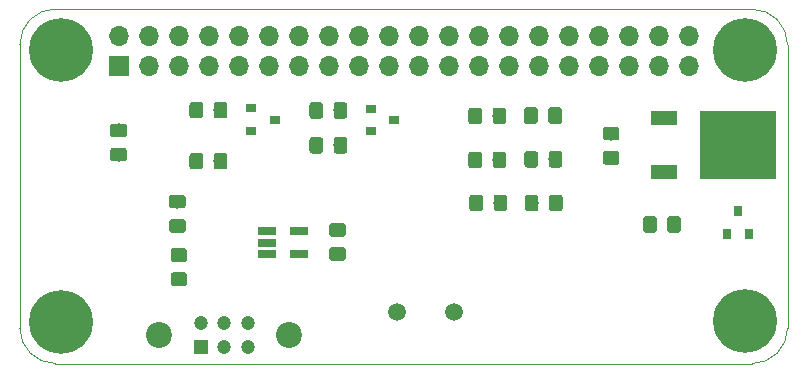
<source format=gbr>
G04 #@! TF.GenerationSoftware,KiCad,Pcbnew,(5.1.4)-1*
G04 #@! TF.CreationDate,2021-07-13T12:31:04-04:00*
G04 #@! TF.ProjectId,RocketPi,526f636b-6574-4506-992e-6b696361645f,rev?*
G04 #@! TF.SameCoordinates,Original*
G04 #@! TF.FileFunction,Soldermask,Top*
G04 #@! TF.FilePolarity,Negative*
%FSLAX46Y46*%
G04 Gerber Fmt 4.6, Leading zero omitted, Abs format (unit mm)*
G04 Created by KiCad (PCBNEW (5.1.4)-1) date 2021-07-13 12:31:04*
%MOMM*%
%LPD*%
G04 APERTURE LIST*
%ADD10C,0.100000*%
%ADD11C,1.150000*%
%ADD12C,5.400000*%
%ADD13C,1.500000*%
%ADD14R,1.560000X0.650000*%
%ADD15R,0.900000X0.800000*%
%ADD16R,6.400000X5.800000*%
%ADD17R,2.200000X1.200000*%
%ADD18R,0.800000X0.900000*%
%ADD19O,1.700000X1.700000*%
%ADD20R,1.700000X1.700000*%
%ADD21C,2.200000*%
%ADD22C,1.200000*%
%ADD23R,1.200000X1.200000*%
G04 APERTURE END LIST*
D10*
X68046600Y-42164000D02*
G75*
G03X65049400Y-45161200I0J-2997200D01*
G01*
X127052600Y-72178400D02*
G75*
G03X130052600Y-69178400I0J3000000D01*
G01*
X130052600Y-45178400D02*
G75*
G03X127052600Y-42178400I-3000000J0D01*
G01*
X65052600Y-69178400D02*
G75*
G03X68052600Y-72178400I3000000J0D01*
G01*
X68046600Y-42164000D02*
X127052600Y-42178400D01*
X65049400Y-45161200D02*
X65052600Y-69178400D01*
X68052600Y-72178400D02*
X127052600Y-72178400D01*
X130052600Y-45178400D02*
X130052600Y-69178400D01*
G36*
X108728105Y-57886604D02*
G01*
X108752373Y-57890204D01*
X108776172Y-57896165D01*
X108799271Y-57904430D01*
X108821450Y-57914920D01*
X108842493Y-57927532D01*
X108862199Y-57942147D01*
X108880377Y-57958623D01*
X108896853Y-57976801D01*
X108911468Y-57996507D01*
X108924080Y-58017550D01*
X108934570Y-58039729D01*
X108942835Y-58062828D01*
X108948796Y-58086627D01*
X108952396Y-58110895D01*
X108953600Y-58135399D01*
X108953600Y-59035401D01*
X108952396Y-59059905D01*
X108948796Y-59084173D01*
X108942835Y-59107972D01*
X108934570Y-59131071D01*
X108924080Y-59153250D01*
X108911468Y-59174293D01*
X108896853Y-59193999D01*
X108880377Y-59212177D01*
X108862199Y-59228653D01*
X108842493Y-59243268D01*
X108821450Y-59255880D01*
X108799271Y-59266370D01*
X108776172Y-59274635D01*
X108752373Y-59280596D01*
X108728105Y-59284196D01*
X108703601Y-59285400D01*
X108053599Y-59285400D01*
X108029095Y-59284196D01*
X108004827Y-59280596D01*
X107981028Y-59274635D01*
X107957929Y-59266370D01*
X107935750Y-59255880D01*
X107914707Y-59243268D01*
X107895001Y-59228653D01*
X107876823Y-59212177D01*
X107860347Y-59193999D01*
X107845732Y-59174293D01*
X107833120Y-59153250D01*
X107822630Y-59131071D01*
X107814365Y-59107972D01*
X107808404Y-59084173D01*
X107804804Y-59059905D01*
X107803600Y-59035401D01*
X107803600Y-58135399D01*
X107804804Y-58110895D01*
X107808404Y-58086627D01*
X107814365Y-58062828D01*
X107822630Y-58039729D01*
X107833120Y-58017550D01*
X107845732Y-57996507D01*
X107860347Y-57976801D01*
X107876823Y-57958623D01*
X107895001Y-57942147D01*
X107914707Y-57927532D01*
X107935750Y-57914920D01*
X107957929Y-57904430D01*
X107981028Y-57896165D01*
X108004827Y-57890204D01*
X108029095Y-57886604D01*
X108053599Y-57885400D01*
X108703601Y-57885400D01*
X108728105Y-57886604D01*
X108728105Y-57886604D01*
G37*
D11*
X108378600Y-58585400D03*
D10*
G36*
X110778105Y-57886604D02*
G01*
X110802373Y-57890204D01*
X110826172Y-57896165D01*
X110849271Y-57904430D01*
X110871450Y-57914920D01*
X110892493Y-57927532D01*
X110912199Y-57942147D01*
X110930377Y-57958623D01*
X110946853Y-57976801D01*
X110961468Y-57996507D01*
X110974080Y-58017550D01*
X110984570Y-58039729D01*
X110992835Y-58062828D01*
X110998796Y-58086627D01*
X111002396Y-58110895D01*
X111003600Y-58135399D01*
X111003600Y-59035401D01*
X111002396Y-59059905D01*
X110998796Y-59084173D01*
X110992835Y-59107972D01*
X110984570Y-59131071D01*
X110974080Y-59153250D01*
X110961468Y-59174293D01*
X110946853Y-59193999D01*
X110930377Y-59212177D01*
X110912199Y-59228653D01*
X110892493Y-59243268D01*
X110871450Y-59255880D01*
X110849271Y-59266370D01*
X110826172Y-59274635D01*
X110802373Y-59280596D01*
X110778105Y-59284196D01*
X110753601Y-59285400D01*
X110103599Y-59285400D01*
X110079095Y-59284196D01*
X110054827Y-59280596D01*
X110031028Y-59274635D01*
X110007929Y-59266370D01*
X109985750Y-59255880D01*
X109964707Y-59243268D01*
X109945001Y-59228653D01*
X109926823Y-59212177D01*
X109910347Y-59193999D01*
X109895732Y-59174293D01*
X109883120Y-59153250D01*
X109872630Y-59131071D01*
X109864365Y-59107972D01*
X109858404Y-59084173D01*
X109854804Y-59059905D01*
X109853600Y-59035401D01*
X109853600Y-58135399D01*
X109854804Y-58110895D01*
X109858404Y-58086627D01*
X109864365Y-58062828D01*
X109872630Y-58039729D01*
X109883120Y-58017550D01*
X109895732Y-57996507D01*
X109910347Y-57976801D01*
X109926823Y-57958623D01*
X109945001Y-57942147D01*
X109964707Y-57927532D01*
X109985750Y-57914920D01*
X110007929Y-57904430D01*
X110031028Y-57896165D01*
X110054827Y-57890204D01*
X110079095Y-57886604D01*
X110103599Y-57885400D01*
X110753601Y-57885400D01*
X110778105Y-57886604D01*
X110778105Y-57886604D01*
G37*
D11*
X110428600Y-58585400D03*
D12*
X126466600Y-45618400D03*
X126466600Y-68605400D03*
X68529200Y-68681600D03*
X68554600Y-45669200D03*
D10*
G36*
X105997105Y-50507604D02*
G01*
X106021373Y-50511204D01*
X106045172Y-50517165D01*
X106068271Y-50525430D01*
X106090450Y-50535920D01*
X106111493Y-50548532D01*
X106131199Y-50563147D01*
X106149377Y-50579623D01*
X106165853Y-50597801D01*
X106180468Y-50617507D01*
X106193080Y-50638550D01*
X106203570Y-50660729D01*
X106211835Y-50683828D01*
X106217796Y-50707627D01*
X106221396Y-50731895D01*
X106222600Y-50756399D01*
X106222600Y-51656401D01*
X106221396Y-51680905D01*
X106217796Y-51705173D01*
X106211835Y-51728972D01*
X106203570Y-51752071D01*
X106193080Y-51774250D01*
X106180468Y-51795293D01*
X106165853Y-51814999D01*
X106149377Y-51833177D01*
X106131199Y-51849653D01*
X106111493Y-51864268D01*
X106090450Y-51876880D01*
X106068271Y-51887370D01*
X106045172Y-51895635D01*
X106021373Y-51901596D01*
X105997105Y-51905196D01*
X105972601Y-51906400D01*
X105322599Y-51906400D01*
X105298095Y-51905196D01*
X105273827Y-51901596D01*
X105250028Y-51895635D01*
X105226929Y-51887370D01*
X105204750Y-51876880D01*
X105183707Y-51864268D01*
X105164001Y-51849653D01*
X105145823Y-51833177D01*
X105129347Y-51814999D01*
X105114732Y-51795293D01*
X105102120Y-51774250D01*
X105091630Y-51752071D01*
X105083365Y-51728972D01*
X105077404Y-51705173D01*
X105073804Y-51680905D01*
X105072600Y-51656401D01*
X105072600Y-50756399D01*
X105073804Y-50731895D01*
X105077404Y-50707627D01*
X105083365Y-50683828D01*
X105091630Y-50660729D01*
X105102120Y-50638550D01*
X105114732Y-50617507D01*
X105129347Y-50597801D01*
X105145823Y-50579623D01*
X105164001Y-50563147D01*
X105183707Y-50548532D01*
X105204750Y-50535920D01*
X105226929Y-50525430D01*
X105250028Y-50517165D01*
X105273827Y-50511204D01*
X105298095Y-50507604D01*
X105322599Y-50506400D01*
X105972601Y-50506400D01*
X105997105Y-50507604D01*
X105997105Y-50507604D01*
G37*
D11*
X105647600Y-51206400D03*
D10*
G36*
X103947105Y-50507604D02*
G01*
X103971373Y-50511204D01*
X103995172Y-50517165D01*
X104018271Y-50525430D01*
X104040450Y-50535920D01*
X104061493Y-50548532D01*
X104081199Y-50563147D01*
X104099377Y-50579623D01*
X104115853Y-50597801D01*
X104130468Y-50617507D01*
X104143080Y-50638550D01*
X104153570Y-50660729D01*
X104161835Y-50683828D01*
X104167796Y-50707627D01*
X104171396Y-50731895D01*
X104172600Y-50756399D01*
X104172600Y-51656401D01*
X104171396Y-51680905D01*
X104167796Y-51705173D01*
X104161835Y-51728972D01*
X104153570Y-51752071D01*
X104143080Y-51774250D01*
X104130468Y-51795293D01*
X104115853Y-51814999D01*
X104099377Y-51833177D01*
X104081199Y-51849653D01*
X104061493Y-51864268D01*
X104040450Y-51876880D01*
X104018271Y-51887370D01*
X103995172Y-51895635D01*
X103971373Y-51901596D01*
X103947105Y-51905196D01*
X103922601Y-51906400D01*
X103272599Y-51906400D01*
X103248095Y-51905196D01*
X103223827Y-51901596D01*
X103200028Y-51895635D01*
X103176929Y-51887370D01*
X103154750Y-51876880D01*
X103133707Y-51864268D01*
X103114001Y-51849653D01*
X103095823Y-51833177D01*
X103079347Y-51814999D01*
X103064732Y-51795293D01*
X103052120Y-51774250D01*
X103041630Y-51752071D01*
X103033365Y-51728972D01*
X103027404Y-51705173D01*
X103023804Y-51680905D01*
X103022600Y-51656401D01*
X103022600Y-50756399D01*
X103023804Y-50731895D01*
X103027404Y-50707627D01*
X103033365Y-50683828D01*
X103041630Y-50660729D01*
X103052120Y-50638550D01*
X103064732Y-50617507D01*
X103079347Y-50597801D01*
X103095823Y-50579623D01*
X103114001Y-50563147D01*
X103133707Y-50548532D01*
X103154750Y-50535920D01*
X103176929Y-50525430D01*
X103200028Y-50517165D01*
X103223827Y-50511204D01*
X103248095Y-50507604D01*
X103272599Y-50506400D01*
X103922601Y-50506400D01*
X103947105Y-50507604D01*
X103947105Y-50507604D01*
G37*
D11*
X103597600Y-51206400D03*
D10*
G36*
X103951905Y-54235604D02*
G01*
X103976173Y-54239204D01*
X103999972Y-54245165D01*
X104023071Y-54253430D01*
X104045250Y-54263920D01*
X104066293Y-54276532D01*
X104085999Y-54291147D01*
X104104177Y-54307623D01*
X104120653Y-54325801D01*
X104135268Y-54345507D01*
X104147880Y-54366550D01*
X104158370Y-54388729D01*
X104166635Y-54411828D01*
X104172596Y-54435627D01*
X104176196Y-54459895D01*
X104177400Y-54484399D01*
X104177400Y-55384401D01*
X104176196Y-55408905D01*
X104172596Y-55433173D01*
X104166635Y-55456972D01*
X104158370Y-55480071D01*
X104147880Y-55502250D01*
X104135268Y-55523293D01*
X104120653Y-55542999D01*
X104104177Y-55561177D01*
X104085999Y-55577653D01*
X104066293Y-55592268D01*
X104045250Y-55604880D01*
X104023071Y-55615370D01*
X103999972Y-55623635D01*
X103976173Y-55629596D01*
X103951905Y-55633196D01*
X103927401Y-55634400D01*
X103277399Y-55634400D01*
X103252895Y-55633196D01*
X103228627Y-55629596D01*
X103204828Y-55623635D01*
X103181729Y-55615370D01*
X103159550Y-55604880D01*
X103138507Y-55592268D01*
X103118801Y-55577653D01*
X103100623Y-55561177D01*
X103084147Y-55542999D01*
X103069532Y-55523293D01*
X103056920Y-55502250D01*
X103046430Y-55480071D01*
X103038165Y-55456972D01*
X103032204Y-55433173D01*
X103028604Y-55408905D01*
X103027400Y-55384401D01*
X103027400Y-54484399D01*
X103028604Y-54459895D01*
X103032204Y-54435627D01*
X103038165Y-54411828D01*
X103046430Y-54388729D01*
X103056920Y-54366550D01*
X103069532Y-54345507D01*
X103084147Y-54325801D01*
X103100623Y-54307623D01*
X103118801Y-54291147D01*
X103138507Y-54276532D01*
X103159550Y-54263920D01*
X103181729Y-54253430D01*
X103204828Y-54245165D01*
X103228627Y-54239204D01*
X103252895Y-54235604D01*
X103277399Y-54234400D01*
X103927401Y-54234400D01*
X103951905Y-54235604D01*
X103951905Y-54235604D01*
G37*
D11*
X103602400Y-54934400D03*
D10*
G36*
X106001905Y-54235604D02*
G01*
X106026173Y-54239204D01*
X106049972Y-54245165D01*
X106073071Y-54253430D01*
X106095250Y-54263920D01*
X106116293Y-54276532D01*
X106135999Y-54291147D01*
X106154177Y-54307623D01*
X106170653Y-54325801D01*
X106185268Y-54345507D01*
X106197880Y-54366550D01*
X106208370Y-54388729D01*
X106216635Y-54411828D01*
X106222596Y-54435627D01*
X106226196Y-54459895D01*
X106227400Y-54484399D01*
X106227400Y-55384401D01*
X106226196Y-55408905D01*
X106222596Y-55433173D01*
X106216635Y-55456972D01*
X106208370Y-55480071D01*
X106197880Y-55502250D01*
X106185268Y-55523293D01*
X106170653Y-55542999D01*
X106154177Y-55561177D01*
X106135999Y-55577653D01*
X106116293Y-55592268D01*
X106095250Y-55604880D01*
X106073071Y-55615370D01*
X106049972Y-55623635D01*
X106026173Y-55629596D01*
X106001905Y-55633196D01*
X105977401Y-55634400D01*
X105327399Y-55634400D01*
X105302895Y-55633196D01*
X105278627Y-55629596D01*
X105254828Y-55623635D01*
X105231729Y-55615370D01*
X105209550Y-55604880D01*
X105188507Y-55592268D01*
X105168801Y-55577653D01*
X105150623Y-55561177D01*
X105134147Y-55542999D01*
X105119532Y-55523293D01*
X105106920Y-55502250D01*
X105096430Y-55480071D01*
X105088165Y-55456972D01*
X105082204Y-55433173D01*
X105078604Y-55408905D01*
X105077400Y-55384401D01*
X105077400Y-54484399D01*
X105078604Y-54459895D01*
X105082204Y-54435627D01*
X105088165Y-54411828D01*
X105096430Y-54388729D01*
X105106920Y-54366550D01*
X105119532Y-54345507D01*
X105134147Y-54325801D01*
X105150623Y-54307623D01*
X105168801Y-54291147D01*
X105188507Y-54276532D01*
X105209550Y-54263920D01*
X105231729Y-54253430D01*
X105254828Y-54245165D01*
X105278627Y-54239204D01*
X105302895Y-54235604D01*
X105327399Y-54234400D01*
X105977401Y-54234400D01*
X106001905Y-54235604D01*
X106001905Y-54235604D01*
G37*
D11*
X105652400Y-54934400D03*
D10*
G36*
X108671505Y-50490204D02*
G01*
X108695773Y-50493804D01*
X108719572Y-50499765D01*
X108742671Y-50508030D01*
X108764850Y-50518520D01*
X108785893Y-50531132D01*
X108805599Y-50545747D01*
X108823777Y-50562223D01*
X108840253Y-50580401D01*
X108854868Y-50600107D01*
X108867480Y-50621150D01*
X108877970Y-50643329D01*
X108886235Y-50666428D01*
X108892196Y-50690227D01*
X108895796Y-50714495D01*
X108897000Y-50738999D01*
X108897000Y-51639001D01*
X108895796Y-51663505D01*
X108892196Y-51687773D01*
X108886235Y-51711572D01*
X108877970Y-51734671D01*
X108867480Y-51756850D01*
X108854868Y-51777893D01*
X108840253Y-51797599D01*
X108823777Y-51815777D01*
X108805599Y-51832253D01*
X108785893Y-51846868D01*
X108764850Y-51859480D01*
X108742671Y-51869970D01*
X108719572Y-51878235D01*
X108695773Y-51884196D01*
X108671505Y-51887796D01*
X108647001Y-51889000D01*
X107996999Y-51889000D01*
X107972495Y-51887796D01*
X107948227Y-51884196D01*
X107924428Y-51878235D01*
X107901329Y-51869970D01*
X107879150Y-51859480D01*
X107858107Y-51846868D01*
X107838401Y-51832253D01*
X107820223Y-51815777D01*
X107803747Y-51797599D01*
X107789132Y-51777893D01*
X107776520Y-51756850D01*
X107766030Y-51734671D01*
X107757765Y-51711572D01*
X107751804Y-51687773D01*
X107748204Y-51663505D01*
X107747000Y-51639001D01*
X107747000Y-50738999D01*
X107748204Y-50714495D01*
X107751804Y-50690227D01*
X107757765Y-50666428D01*
X107766030Y-50643329D01*
X107776520Y-50621150D01*
X107789132Y-50600107D01*
X107803747Y-50580401D01*
X107820223Y-50562223D01*
X107838401Y-50545747D01*
X107858107Y-50531132D01*
X107879150Y-50518520D01*
X107901329Y-50508030D01*
X107924428Y-50499765D01*
X107948227Y-50493804D01*
X107972495Y-50490204D01*
X107996999Y-50489000D01*
X108647001Y-50489000D01*
X108671505Y-50490204D01*
X108671505Y-50490204D01*
G37*
D11*
X108322000Y-51189000D03*
D10*
G36*
X110721505Y-50490204D02*
G01*
X110745773Y-50493804D01*
X110769572Y-50499765D01*
X110792671Y-50508030D01*
X110814850Y-50518520D01*
X110835893Y-50531132D01*
X110855599Y-50545747D01*
X110873777Y-50562223D01*
X110890253Y-50580401D01*
X110904868Y-50600107D01*
X110917480Y-50621150D01*
X110927970Y-50643329D01*
X110936235Y-50666428D01*
X110942196Y-50690227D01*
X110945796Y-50714495D01*
X110947000Y-50738999D01*
X110947000Y-51639001D01*
X110945796Y-51663505D01*
X110942196Y-51687773D01*
X110936235Y-51711572D01*
X110927970Y-51734671D01*
X110917480Y-51756850D01*
X110904868Y-51777893D01*
X110890253Y-51797599D01*
X110873777Y-51815777D01*
X110855599Y-51832253D01*
X110835893Y-51846868D01*
X110814850Y-51859480D01*
X110792671Y-51869970D01*
X110769572Y-51878235D01*
X110745773Y-51884196D01*
X110721505Y-51887796D01*
X110697001Y-51889000D01*
X110046999Y-51889000D01*
X110022495Y-51887796D01*
X109998227Y-51884196D01*
X109974428Y-51878235D01*
X109951329Y-51869970D01*
X109929150Y-51859480D01*
X109908107Y-51846868D01*
X109888401Y-51832253D01*
X109870223Y-51815777D01*
X109853747Y-51797599D01*
X109839132Y-51777893D01*
X109826520Y-51756850D01*
X109816030Y-51734671D01*
X109807765Y-51711572D01*
X109801804Y-51687773D01*
X109798204Y-51663505D01*
X109797000Y-51639001D01*
X109797000Y-50738999D01*
X109798204Y-50714495D01*
X109801804Y-50690227D01*
X109807765Y-50666428D01*
X109816030Y-50643329D01*
X109826520Y-50621150D01*
X109839132Y-50600107D01*
X109853747Y-50580401D01*
X109870223Y-50562223D01*
X109888401Y-50545747D01*
X109908107Y-50531132D01*
X109929150Y-50518520D01*
X109951329Y-50508030D01*
X109974428Y-50499765D01*
X109998227Y-50493804D01*
X110022495Y-50490204D01*
X110046999Y-50489000D01*
X110697001Y-50489000D01*
X110721505Y-50490204D01*
X110721505Y-50490204D01*
G37*
D11*
X110372000Y-51189000D03*
D10*
G36*
X108696905Y-54190604D02*
G01*
X108721173Y-54194204D01*
X108744972Y-54200165D01*
X108768071Y-54208430D01*
X108790250Y-54218920D01*
X108811293Y-54231532D01*
X108830999Y-54246147D01*
X108849177Y-54262623D01*
X108865653Y-54280801D01*
X108880268Y-54300507D01*
X108892880Y-54321550D01*
X108903370Y-54343729D01*
X108911635Y-54366828D01*
X108917596Y-54390627D01*
X108921196Y-54414895D01*
X108922400Y-54439399D01*
X108922400Y-55339401D01*
X108921196Y-55363905D01*
X108917596Y-55388173D01*
X108911635Y-55411972D01*
X108903370Y-55435071D01*
X108892880Y-55457250D01*
X108880268Y-55478293D01*
X108865653Y-55497999D01*
X108849177Y-55516177D01*
X108830999Y-55532653D01*
X108811293Y-55547268D01*
X108790250Y-55559880D01*
X108768071Y-55570370D01*
X108744972Y-55578635D01*
X108721173Y-55584596D01*
X108696905Y-55588196D01*
X108672401Y-55589400D01*
X108022399Y-55589400D01*
X107997895Y-55588196D01*
X107973627Y-55584596D01*
X107949828Y-55578635D01*
X107926729Y-55570370D01*
X107904550Y-55559880D01*
X107883507Y-55547268D01*
X107863801Y-55532653D01*
X107845623Y-55516177D01*
X107829147Y-55497999D01*
X107814532Y-55478293D01*
X107801920Y-55457250D01*
X107791430Y-55435071D01*
X107783165Y-55411972D01*
X107777204Y-55388173D01*
X107773604Y-55363905D01*
X107772400Y-55339401D01*
X107772400Y-54439399D01*
X107773604Y-54414895D01*
X107777204Y-54390627D01*
X107783165Y-54366828D01*
X107791430Y-54343729D01*
X107801920Y-54321550D01*
X107814532Y-54300507D01*
X107829147Y-54280801D01*
X107845623Y-54262623D01*
X107863801Y-54246147D01*
X107883507Y-54231532D01*
X107904550Y-54218920D01*
X107926729Y-54208430D01*
X107949828Y-54200165D01*
X107973627Y-54194204D01*
X107997895Y-54190604D01*
X108022399Y-54189400D01*
X108672401Y-54189400D01*
X108696905Y-54190604D01*
X108696905Y-54190604D01*
G37*
D11*
X108347400Y-54889400D03*
D10*
G36*
X110746905Y-54190604D02*
G01*
X110771173Y-54194204D01*
X110794972Y-54200165D01*
X110818071Y-54208430D01*
X110840250Y-54218920D01*
X110861293Y-54231532D01*
X110880999Y-54246147D01*
X110899177Y-54262623D01*
X110915653Y-54280801D01*
X110930268Y-54300507D01*
X110942880Y-54321550D01*
X110953370Y-54343729D01*
X110961635Y-54366828D01*
X110967596Y-54390627D01*
X110971196Y-54414895D01*
X110972400Y-54439399D01*
X110972400Y-55339401D01*
X110971196Y-55363905D01*
X110967596Y-55388173D01*
X110961635Y-55411972D01*
X110953370Y-55435071D01*
X110942880Y-55457250D01*
X110930268Y-55478293D01*
X110915653Y-55497999D01*
X110899177Y-55516177D01*
X110880999Y-55532653D01*
X110861293Y-55547268D01*
X110840250Y-55559880D01*
X110818071Y-55570370D01*
X110794972Y-55578635D01*
X110771173Y-55584596D01*
X110746905Y-55588196D01*
X110722401Y-55589400D01*
X110072399Y-55589400D01*
X110047895Y-55588196D01*
X110023627Y-55584596D01*
X109999828Y-55578635D01*
X109976729Y-55570370D01*
X109954550Y-55559880D01*
X109933507Y-55547268D01*
X109913801Y-55532653D01*
X109895623Y-55516177D01*
X109879147Y-55497999D01*
X109864532Y-55478293D01*
X109851920Y-55457250D01*
X109841430Y-55435071D01*
X109833165Y-55411972D01*
X109827204Y-55388173D01*
X109823604Y-55363905D01*
X109822400Y-55339401D01*
X109822400Y-54439399D01*
X109823604Y-54414895D01*
X109827204Y-54390627D01*
X109833165Y-54366828D01*
X109841430Y-54343729D01*
X109851920Y-54321550D01*
X109864532Y-54300507D01*
X109879147Y-54280801D01*
X109895623Y-54262623D01*
X109913801Y-54246147D01*
X109933507Y-54231532D01*
X109954550Y-54218920D01*
X109976729Y-54208430D01*
X109999828Y-54200165D01*
X110023627Y-54194204D01*
X110047895Y-54190604D01*
X110072399Y-54189400D01*
X110722401Y-54189400D01*
X110746905Y-54190604D01*
X110746905Y-54190604D01*
G37*
D11*
X110397400Y-54889400D03*
D13*
X96948600Y-67792600D03*
X101828600Y-67792600D03*
D14*
X88675200Y-61000600D03*
X88675200Y-62900600D03*
X85975200Y-62900600D03*
X85975200Y-61950600D03*
X85975200Y-61000600D03*
D10*
G36*
X82388705Y-54343004D02*
G01*
X82412973Y-54346604D01*
X82436772Y-54352565D01*
X82459871Y-54360830D01*
X82482050Y-54371320D01*
X82503093Y-54383932D01*
X82522799Y-54398547D01*
X82540977Y-54415023D01*
X82557453Y-54433201D01*
X82572068Y-54452907D01*
X82584680Y-54473950D01*
X82595170Y-54496129D01*
X82603435Y-54519228D01*
X82609396Y-54543027D01*
X82612996Y-54567295D01*
X82614200Y-54591799D01*
X82614200Y-55491801D01*
X82612996Y-55516305D01*
X82609396Y-55540573D01*
X82603435Y-55564372D01*
X82595170Y-55587471D01*
X82584680Y-55609650D01*
X82572068Y-55630693D01*
X82557453Y-55650399D01*
X82540977Y-55668577D01*
X82522799Y-55685053D01*
X82503093Y-55699668D01*
X82482050Y-55712280D01*
X82459871Y-55722770D01*
X82436772Y-55731035D01*
X82412973Y-55736996D01*
X82388705Y-55740596D01*
X82364201Y-55741800D01*
X81714199Y-55741800D01*
X81689695Y-55740596D01*
X81665427Y-55736996D01*
X81641628Y-55731035D01*
X81618529Y-55722770D01*
X81596350Y-55712280D01*
X81575307Y-55699668D01*
X81555601Y-55685053D01*
X81537423Y-55668577D01*
X81520947Y-55650399D01*
X81506332Y-55630693D01*
X81493720Y-55609650D01*
X81483230Y-55587471D01*
X81474965Y-55564372D01*
X81469004Y-55540573D01*
X81465404Y-55516305D01*
X81464200Y-55491801D01*
X81464200Y-54591799D01*
X81465404Y-54567295D01*
X81469004Y-54543027D01*
X81474965Y-54519228D01*
X81483230Y-54496129D01*
X81493720Y-54473950D01*
X81506332Y-54452907D01*
X81520947Y-54433201D01*
X81537423Y-54415023D01*
X81555601Y-54398547D01*
X81575307Y-54383932D01*
X81596350Y-54371320D01*
X81618529Y-54360830D01*
X81641628Y-54352565D01*
X81665427Y-54346604D01*
X81689695Y-54343004D01*
X81714199Y-54341800D01*
X82364201Y-54341800D01*
X82388705Y-54343004D01*
X82388705Y-54343004D01*
G37*
D11*
X82039200Y-55041800D03*
D10*
G36*
X80338705Y-54343004D02*
G01*
X80362973Y-54346604D01*
X80386772Y-54352565D01*
X80409871Y-54360830D01*
X80432050Y-54371320D01*
X80453093Y-54383932D01*
X80472799Y-54398547D01*
X80490977Y-54415023D01*
X80507453Y-54433201D01*
X80522068Y-54452907D01*
X80534680Y-54473950D01*
X80545170Y-54496129D01*
X80553435Y-54519228D01*
X80559396Y-54543027D01*
X80562996Y-54567295D01*
X80564200Y-54591799D01*
X80564200Y-55491801D01*
X80562996Y-55516305D01*
X80559396Y-55540573D01*
X80553435Y-55564372D01*
X80545170Y-55587471D01*
X80534680Y-55609650D01*
X80522068Y-55630693D01*
X80507453Y-55650399D01*
X80490977Y-55668577D01*
X80472799Y-55685053D01*
X80453093Y-55699668D01*
X80432050Y-55712280D01*
X80409871Y-55722770D01*
X80386772Y-55731035D01*
X80362973Y-55736996D01*
X80338705Y-55740596D01*
X80314201Y-55741800D01*
X79664199Y-55741800D01*
X79639695Y-55740596D01*
X79615427Y-55736996D01*
X79591628Y-55731035D01*
X79568529Y-55722770D01*
X79546350Y-55712280D01*
X79525307Y-55699668D01*
X79505601Y-55685053D01*
X79487423Y-55668577D01*
X79470947Y-55650399D01*
X79456332Y-55630693D01*
X79443720Y-55609650D01*
X79433230Y-55587471D01*
X79424965Y-55564372D01*
X79419004Y-55540573D01*
X79415404Y-55516305D01*
X79414200Y-55491801D01*
X79414200Y-54591799D01*
X79415404Y-54567295D01*
X79419004Y-54543027D01*
X79424965Y-54519228D01*
X79433230Y-54496129D01*
X79443720Y-54473950D01*
X79456332Y-54452907D01*
X79470947Y-54433201D01*
X79487423Y-54415023D01*
X79505601Y-54398547D01*
X79525307Y-54383932D01*
X79546350Y-54371320D01*
X79568529Y-54360830D01*
X79591628Y-54352565D01*
X79615427Y-54346604D01*
X79639695Y-54343004D01*
X79664199Y-54341800D01*
X80314201Y-54341800D01*
X80338705Y-54343004D01*
X80338705Y-54343004D01*
G37*
D11*
X79989200Y-55041800D03*
D10*
G36*
X82388705Y-50031004D02*
G01*
X82412973Y-50034604D01*
X82436772Y-50040565D01*
X82459871Y-50048830D01*
X82482050Y-50059320D01*
X82503093Y-50071932D01*
X82522799Y-50086547D01*
X82540977Y-50103023D01*
X82557453Y-50121201D01*
X82572068Y-50140907D01*
X82584680Y-50161950D01*
X82595170Y-50184129D01*
X82603435Y-50207228D01*
X82609396Y-50231027D01*
X82612996Y-50255295D01*
X82614200Y-50279799D01*
X82614200Y-51179801D01*
X82612996Y-51204305D01*
X82609396Y-51228573D01*
X82603435Y-51252372D01*
X82595170Y-51275471D01*
X82584680Y-51297650D01*
X82572068Y-51318693D01*
X82557453Y-51338399D01*
X82540977Y-51356577D01*
X82522799Y-51373053D01*
X82503093Y-51387668D01*
X82482050Y-51400280D01*
X82459871Y-51410770D01*
X82436772Y-51419035D01*
X82412973Y-51424996D01*
X82388705Y-51428596D01*
X82364201Y-51429800D01*
X81714199Y-51429800D01*
X81689695Y-51428596D01*
X81665427Y-51424996D01*
X81641628Y-51419035D01*
X81618529Y-51410770D01*
X81596350Y-51400280D01*
X81575307Y-51387668D01*
X81555601Y-51373053D01*
X81537423Y-51356577D01*
X81520947Y-51338399D01*
X81506332Y-51318693D01*
X81493720Y-51297650D01*
X81483230Y-51275471D01*
X81474965Y-51252372D01*
X81469004Y-51228573D01*
X81465404Y-51204305D01*
X81464200Y-51179801D01*
X81464200Y-50279799D01*
X81465404Y-50255295D01*
X81469004Y-50231027D01*
X81474965Y-50207228D01*
X81483230Y-50184129D01*
X81493720Y-50161950D01*
X81506332Y-50140907D01*
X81520947Y-50121201D01*
X81537423Y-50103023D01*
X81555601Y-50086547D01*
X81575307Y-50071932D01*
X81596350Y-50059320D01*
X81618529Y-50048830D01*
X81641628Y-50040565D01*
X81665427Y-50034604D01*
X81689695Y-50031004D01*
X81714199Y-50029800D01*
X82364201Y-50029800D01*
X82388705Y-50031004D01*
X82388705Y-50031004D01*
G37*
D11*
X82039200Y-50729800D03*
D10*
G36*
X80338705Y-50031004D02*
G01*
X80362973Y-50034604D01*
X80386772Y-50040565D01*
X80409871Y-50048830D01*
X80432050Y-50059320D01*
X80453093Y-50071932D01*
X80472799Y-50086547D01*
X80490977Y-50103023D01*
X80507453Y-50121201D01*
X80522068Y-50140907D01*
X80534680Y-50161950D01*
X80545170Y-50184129D01*
X80553435Y-50207228D01*
X80559396Y-50231027D01*
X80562996Y-50255295D01*
X80564200Y-50279799D01*
X80564200Y-51179801D01*
X80562996Y-51204305D01*
X80559396Y-51228573D01*
X80553435Y-51252372D01*
X80545170Y-51275471D01*
X80534680Y-51297650D01*
X80522068Y-51318693D01*
X80507453Y-51338399D01*
X80490977Y-51356577D01*
X80472799Y-51373053D01*
X80453093Y-51387668D01*
X80432050Y-51400280D01*
X80409871Y-51410770D01*
X80386772Y-51419035D01*
X80362973Y-51424996D01*
X80338705Y-51428596D01*
X80314201Y-51429800D01*
X79664199Y-51429800D01*
X79639695Y-51428596D01*
X79615427Y-51424996D01*
X79591628Y-51419035D01*
X79568529Y-51410770D01*
X79546350Y-51400280D01*
X79525307Y-51387668D01*
X79505601Y-51373053D01*
X79487423Y-51356577D01*
X79470947Y-51338399D01*
X79456332Y-51318693D01*
X79443720Y-51297650D01*
X79433230Y-51275471D01*
X79424965Y-51252372D01*
X79419004Y-51228573D01*
X79415404Y-51204305D01*
X79414200Y-51179801D01*
X79414200Y-50279799D01*
X79415404Y-50255295D01*
X79419004Y-50231027D01*
X79424965Y-50207228D01*
X79433230Y-50184129D01*
X79443720Y-50161950D01*
X79456332Y-50140907D01*
X79470947Y-50121201D01*
X79487423Y-50103023D01*
X79505601Y-50086547D01*
X79525307Y-50071932D01*
X79546350Y-50059320D01*
X79568529Y-50048830D01*
X79591628Y-50040565D01*
X79615427Y-50034604D01*
X79639695Y-50031004D01*
X79664199Y-50029800D01*
X80314201Y-50029800D01*
X80338705Y-50031004D01*
X80338705Y-50031004D01*
G37*
D11*
X79989200Y-50729800D03*
D10*
G36*
X92546505Y-53004404D02*
G01*
X92570773Y-53008004D01*
X92594572Y-53013965D01*
X92617671Y-53022230D01*
X92639850Y-53032720D01*
X92660893Y-53045332D01*
X92680599Y-53059947D01*
X92698777Y-53076423D01*
X92715253Y-53094601D01*
X92729868Y-53114307D01*
X92742480Y-53135350D01*
X92752970Y-53157529D01*
X92761235Y-53180628D01*
X92767196Y-53204427D01*
X92770796Y-53228695D01*
X92772000Y-53253199D01*
X92772000Y-54153201D01*
X92770796Y-54177705D01*
X92767196Y-54201973D01*
X92761235Y-54225772D01*
X92752970Y-54248871D01*
X92742480Y-54271050D01*
X92729868Y-54292093D01*
X92715253Y-54311799D01*
X92698777Y-54329977D01*
X92680599Y-54346453D01*
X92660893Y-54361068D01*
X92639850Y-54373680D01*
X92617671Y-54384170D01*
X92594572Y-54392435D01*
X92570773Y-54398396D01*
X92546505Y-54401996D01*
X92522001Y-54403200D01*
X91871999Y-54403200D01*
X91847495Y-54401996D01*
X91823227Y-54398396D01*
X91799428Y-54392435D01*
X91776329Y-54384170D01*
X91754150Y-54373680D01*
X91733107Y-54361068D01*
X91713401Y-54346453D01*
X91695223Y-54329977D01*
X91678747Y-54311799D01*
X91664132Y-54292093D01*
X91651520Y-54271050D01*
X91641030Y-54248871D01*
X91632765Y-54225772D01*
X91626804Y-54201973D01*
X91623204Y-54177705D01*
X91622000Y-54153201D01*
X91622000Y-53253199D01*
X91623204Y-53228695D01*
X91626804Y-53204427D01*
X91632765Y-53180628D01*
X91641030Y-53157529D01*
X91651520Y-53135350D01*
X91664132Y-53114307D01*
X91678747Y-53094601D01*
X91695223Y-53076423D01*
X91713401Y-53059947D01*
X91733107Y-53045332D01*
X91754150Y-53032720D01*
X91776329Y-53022230D01*
X91799428Y-53013965D01*
X91823227Y-53008004D01*
X91847495Y-53004404D01*
X91871999Y-53003200D01*
X92522001Y-53003200D01*
X92546505Y-53004404D01*
X92546505Y-53004404D01*
G37*
D11*
X92197000Y-53703200D03*
D10*
G36*
X90496505Y-53004404D02*
G01*
X90520773Y-53008004D01*
X90544572Y-53013965D01*
X90567671Y-53022230D01*
X90589850Y-53032720D01*
X90610893Y-53045332D01*
X90630599Y-53059947D01*
X90648777Y-53076423D01*
X90665253Y-53094601D01*
X90679868Y-53114307D01*
X90692480Y-53135350D01*
X90702970Y-53157529D01*
X90711235Y-53180628D01*
X90717196Y-53204427D01*
X90720796Y-53228695D01*
X90722000Y-53253199D01*
X90722000Y-54153201D01*
X90720796Y-54177705D01*
X90717196Y-54201973D01*
X90711235Y-54225772D01*
X90702970Y-54248871D01*
X90692480Y-54271050D01*
X90679868Y-54292093D01*
X90665253Y-54311799D01*
X90648777Y-54329977D01*
X90630599Y-54346453D01*
X90610893Y-54361068D01*
X90589850Y-54373680D01*
X90567671Y-54384170D01*
X90544572Y-54392435D01*
X90520773Y-54398396D01*
X90496505Y-54401996D01*
X90472001Y-54403200D01*
X89821999Y-54403200D01*
X89797495Y-54401996D01*
X89773227Y-54398396D01*
X89749428Y-54392435D01*
X89726329Y-54384170D01*
X89704150Y-54373680D01*
X89683107Y-54361068D01*
X89663401Y-54346453D01*
X89645223Y-54329977D01*
X89628747Y-54311799D01*
X89614132Y-54292093D01*
X89601520Y-54271050D01*
X89591030Y-54248871D01*
X89582765Y-54225772D01*
X89576804Y-54201973D01*
X89573204Y-54177705D01*
X89572000Y-54153201D01*
X89572000Y-53253199D01*
X89573204Y-53228695D01*
X89576804Y-53204427D01*
X89582765Y-53180628D01*
X89591030Y-53157529D01*
X89601520Y-53135350D01*
X89614132Y-53114307D01*
X89628747Y-53094601D01*
X89645223Y-53076423D01*
X89663401Y-53059947D01*
X89683107Y-53045332D01*
X89704150Y-53032720D01*
X89726329Y-53022230D01*
X89749428Y-53013965D01*
X89773227Y-53008004D01*
X89797495Y-53004404D01*
X89821999Y-53003200D01*
X90472001Y-53003200D01*
X90496505Y-53004404D01*
X90496505Y-53004404D01*
G37*
D11*
X90147000Y-53703200D03*
D10*
G36*
X92546505Y-50054404D02*
G01*
X92570773Y-50058004D01*
X92594572Y-50063965D01*
X92617671Y-50072230D01*
X92639850Y-50082720D01*
X92660893Y-50095332D01*
X92680599Y-50109947D01*
X92698777Y-50126423D01*
X92715253Y-50144601D01*
X92729868Y-50164307D01*
X92742480Y-50185350D01*
X92752970Y-50207529D01*
X92761235Y-50230628D01*
X92767196Y-50254427D01*
X92770796Y-50278695D01*
X92772000Y-50303199D01*
X92772000Y-51203201D01*
X92770796Y-51227705D01*
X92767196Y-51251973D01*
X92761235Y-51275772D01*
X92752970Y-51298871D01*
X92742480Y-51321050D01*
X92729868Y-51342093D01*
X92715253Y-51361799D01*
X92698777Y-51379977D01*
X92680599Y-51396453D01*
X92660893Y-51411068D01*
X92639850Y-51423680D01*
X92617671Y-51434170D01*
X92594572Y-51442435D01*
X92570773Y-51448396D01*
X92546505Y-51451996D01*
X92522001Y-51453200D01*
X91871999Y-51453200D01*
X91847495Y-51451996D01*
X91823227Y-51448396D01*
X91799428Y-51442435D01*
X91776329Y-51434170D01*
X91754150Y-51423680D01*
X91733107Y-51411068D01*
X91713401Y-51396453D01*
X91695223Y-51379977D01*
X91678747Y-51361799D01*
X91664132Y-51342093D01*
X91651520Y-51321050D01*
X91641030Y-51298871D01*
X91632765Y-51275772D01*
X91626804Y-51251973D01*
X91623204Y-51227705D01*
X91622000Y-51203201D01*
X91622000Y-50303199D01*
X91623204Y-50278695D01*
X91626804Y-50254427D01*
X91632765Y-50230628D01*
X91641030Y-50207529D01*
X91651520Y-50185350D01*
X91664132Y-50164307D01*
X91678747Y-50144601D01*
X91695223Y-50126423D01*
X91713401Y-50109947D01*
X91733107Y-50095332D01*
X91754150Y-50082720D01*
X91776329Y-50072230D01*
X91799428Y-50063965D01*
X91823227Y-50058004D01*
X91847495Y-50054404D01*
X91871999Y-50053200D01*
X92522001Y-50053200D01*
X92546505Y-50054404D01*
X92546505Y-50054404D01*
G37*
D11*
X92197000Y-50753200D03*
D10*
G36*
X90496505Y-50054404D02*
G01*
X90520773Y-50058004D01*
X90544572Y-50063965D01*
X90567671Y-50072230D01*
X90589850Y-50082720D01*
X90610893Y-50095332D01*
X90630599Y-50109947D01*
X90648777Y-50126423D01*
X90665253Y-50144601D01*
X90679868Y-50164307D01*
X90692480Y-50185350D01*
X90702970Y-50207529D01*
X90711235Y-50230628D01*
X90717196Y-50254427D01*
X90720796Y-50278695D01*
X90722000Y-50303199D01*
X90722000Y-51203201D01*
X90720796Y-51227705D01*
X90717196Y-51251973D01*
X90711235Y-51275772D01*
X90702970Y-51298871D01*
X90692480Y-51321050D01*
X90679868Y-51342093D01*
X90665253Y-51361799D01*
X90648777Y-51379977D01*
X90630599Y-51396453D01*
X90610893Y-51411068D01*
X90589850Y-51423680D01*
X90567671Y-51434170D01*
X90544572Y-51442435D01*
X90520773Y-51448396D01*
X90496505Y-51451996D01*
X90472001Y-51453200D01*
X89821999Y-51453200D01*
X89797495Y-51451996D01*
X89773227Y-51448396D01*
X89749428Y-51442435D01*
X89726329Y-51434170D01*
X89704150Y-51423680D01*
X89683107Y-51411068D01*
X89663401Y-51396453D01*
X89645223Y-51379977D01*
X89628747Y-51361799D01*
X89614132Y-51342093D01*
X89601520Y-51321050D01*
X89591030Y-51298871D01*
X89582765Y-51275772D01*
X89576804Y-51251973D01*
X89573204Y-51227705D01*
X89572000Y-51203201D01*
X89572000Y-50303199D01*
X89573204Y-50278695D01*
X89576804Y-50254427D01*
X89582765Y-50230628D01*
X89591030Y-50207529D01*
X89601520Y-50185350D01*
X89614132Y-50164307D01*
X89628747Y-50144601D01*
X89645223Y-50126423D01*
X89663401Y-50109947D01*
X89683107Y-50095332D01*
X89704150Y-50082720D01*
X89726329Y-50072230D01*
X89749428Y-50063965D01*
X89773227Y-50058004D01*
X89797495Y-50054404D01*
X89821999Y-50053200D01*
X90472001Y-50053200D01*
X90496505Y-50054404D01*
X90496505Y-50054404D01*
G37*
D11*
X90147000Y-50753200D03*
D10*
G36*
X104032305Y-57873604D02*
G01*
X104056573Y-57877204D01*
X104080372Y-57883165D01*
X104103471Y-57891430D01*
X104125650Y-57901920D01*
X104146693Y-57914532D01*
X104166399Y-57929147D01*
X104184577Y-57945623D01*
X104201053Y-57963801D01*
X104215668Y-57983507D01*
X104228280Y-58004550D01*
X104238770Y-58026729D01*
X104247035Y-58049828D01*
X104252996Y-58073627D01*
X104256596Y-58097895D01*
X104257800Y-58122399D01*
X104257800Y-59022401D01*
X104256596Y-59046905D01*
X104252996Y-59071173D01*
X104247035Y-59094972D01*
X104238770Y-59118071D01*
X104228280Y-59140250D01*
X104215668Y-59161293D01*
X104201053Y-59180999D01*
X104184577Y-59199177D01*
X104166399Y-59215653D01*
X104146693Y-59230268D01*
X104125650Y-59242880D01*
X104103471Y-59253370D01*
X104080372Y-59261635D01*
X104056573Y-59267596D01*
X104032305Y-59271196D01*
X104007801Y-59272400D01*
X103357799Y-59272400D01*
X103333295Y-59271196D01*
X103309027Y-59267596D01*
X103285228Y-59261635D01*
X103262129Y-59253370D01*
X103239950Y-59242880D01*
X103218907Y-59230268D01*
X103199201Y-59215653D01*
X103181023Y-59199177D01*
X103164547Y-59180999D01*
X103149932Y-59161293D01*
X103137320Y-59140250D01*
X103126830Y-59118071D01*
X103118565Y-59094972D01*
X103112604Y-59071173D01*
X103109004Y-59046905D01*
X103107800Y-59022401D01*
X103107800Y-58122399D01*
X103109004Y-58097895D01*
X103112604Y-58073627D01*
X103118565Y-58049828D01*
X103126830Y-58026729D01*
X103137320Y-58004550D01*
X103149932Y-57983507D01*
X103164547Y-57963801D01*
X103181023Y-57945623D01*
X103199201Y-57929147D01*
X103218907Y-57914532D01*
X103239950Y-57901920D01*
X103262129Y-57891430D01*
X103285228Y-57883165D01*
X103309027Y-57877204D01*
X103333295Y-57873604D01*
X103357799Y-57872400D01*
X104007801Y-57872400D01*
X104032305Y-57873604D01*
X104032305Y-57873604D01*
G37*
D11*
X103682800Y-58572400D03*
D10*
G36*
X106082305Y-57873604D02*
G01*
X106106573Y-57877204D01*
X106130372Y-57883165D01*
X106153471Y-57891430D01*
X106175650Y-57901920D01*
X106196693Y-57914532D01*
X106216399Y-57929147D01*
X106234577Y-57945623D01*
X106251053Y-57963801D01*
X106265668Y-57983507D01*
X106278280Y-58004550D01*
X106288770Y-58026729D01*
X106297035Y-58049828D01*
X106302996Y-58073627D01*
X106306596Y-58097895D01*
X106307800Y-58122399D01*
X106307800Y-59022401D01*
X106306596Y-59046905D01*
X106302996Y-59071173D01*
X106297035Y-59094972D01*
X106288770Y-59118071D01*
X106278280Y-59140250D01*
X106265668Y-59161293D01*
X106251053Y-59180999D01*
X106234577Y-59199177D01*
X106216399Y-59215653D01*
X106196693Y-59230268D01*
X106175650Y-59242880D01*
X106153471Y-59253370D01*
X106130372Y-59261635D01*
X106106573Y-59267596D01*
X106082305Y-59271196D01*
X106057801Y-59272400D01*
X105407799Y-59272400D01*
X105383295Y-59271196D01*
X105359027Y-59267596D01*
X105335228Y-59261635D01*
X105312129Y-59253370D01*
X105289950Y-59242880D01*
X105268907Y-59230268D01*
X105249201Y-59215653D01*
X105231023Y-59199177D01*
X105214547Y-59180999D01*
X105199932Y-59161293D01*
X105187320Y-59140250D01*
X105176830Y-59118071D01*
X105168565Y-59094972D01*
X105162604Y-59071173D01*
X105159004Y-59046905D01*
X105157800Y-59022401D01*
X105157800Y-58122399D01*
X105159004Y-58097895D01*
X105162604Y-58073627D01*
X105168565Y-58049828D01*
X105176830Y-58026729D01*
X105187320Y-58004550D01*
X105199932Y-57983507D01*
X105214547Y-57963801D01*
X105231023Y-57945623D01*
X105249201Y-57929147D01*
X105268907Y-57914532D01*
X105289950Y-57901920D01*
X105312129Y-57891430D01*
X105335228Y-57883165D01*
X105359027Y-57877204D01*
X105383295Y-57873604D01*
X105407799Y-57872400D01*
X106057801Y-57872400D01*
X106082305Y-57873604D01*
X106082305Y-57873604D01*
G37*
D11*
X105732800Y-58572400D03*
D10*
G36*
X120796305Y-59702404D02*
G01*
X120820573Y-59706004D01*
X120844372Y-59711965D01*
X120867471Y-59720230D01*
X120889650Y-59730720D01*
X120910693Y-59743332D01*
X120930399Y-59757947D01*
X120948577Y-59774423D01*
X120965053Y-59792601D01*
X120979668Y-59812307D01*
X120992280Y-59833350D01*
X121002770Y-59855529D01*
X121011035Y-59878628D01*
X121016996Y-59902427D01*
X121020596Y-59926695D01*
X121021800Y-59951199D01*
X121021800Y-60851201D01*
X121020596Y-60875705D01*
X121016996Y-60899973D01*
X121011035Y-60923772D01*
X121002770Y-60946871D01*
X120992280Y-60969050D01*
X120979668Y-60990093D01*
X120965053Y-61009799D01*
X120948577Y-61027977D01*
X120930399Y-61044453D01*
X120910693Y-61059068D01*
X120889650Y-61071680D01*
X120867471Y-61082170D01*
X120844372Y-61090435D01*
X120820573Y-61096396D01*
X120796305Y-61099996D01*
X120771801Y-61101200D01*
X120121799Y-61101200D01*
X120097295Y-61099996D01*
X120073027Y-61096396D01*
X120049228Y-61090435D01*
X120026129Y-61082170D01*
X120003950Y-61071680D01*
X119982907Y-61059068D01*
X119963201Y-61044453D01*
X119945023Y-61027977D01*
X119928547Y-61009799D01*
X119913932Y-60990093D01*
X119901320Y-60969050D01*
X119890830Y-60946871D01*
X119882565Y-60923772D01*
X119876604Y-60899973D01*
X119873004Y-60875705D01*
X119871800Y-60851201D01*
X119871800Y-59951199D01*
X119873004Y-59926695D01*
X119876604Y-59902427D01*
X119882565Y-59878628D01*
X119890830Y-59855529D01*
X119901320Y-59833350D01*
X119913932Y-59812307D01*
X119928547Y-59792601D01*
X119945023Y-59774423D01*
X119963201Y-59757947D01*
X119982907Y-59743332D01*
X120003950Y-59730720D01*
X120026129Y-59720230D01*
X120049228Y-59711965D01*
X120073027Y-59706004D01*
X120097295Y-59702404D01*
X120121799Y-59701200D01*
X120771801Y-59701200D01*
X120796305Y-59702404D01*
X120796305Y-59702404D01*
G37*
D11*
X120446800Y-60401200D03*
D10*
G36*
X118746305Y-59702404D02*
G01*
X118770573Y-59706004D01*
X118794372Y-59711965D01*
X118817471Y-59720230D01*
X118839650Y-59730720D01*
X118860693Y-59743332D01*
X118880399Y-59757947D01*
X118898577Y-59774423D01*
X118915053Y-59792601D01*
X118929668Y-59812307D01*
X118942280Y-59833350D01*
X118952770Y-59855529D01*
X118961035Y-59878628D01*
X118966996Y-59902427D01*
X118970596Y-59926695D01*
X118971800Y-59951199D01*
X118971800Y-60851201D01*
X118970596Y-60875705D01*
X118966996Y-60899973D01*
X118961035Y-60923772D01*
X118952770Y-60946871D01*
X118942280Y-60969050D01*
X118929668Y-60990093D01*
X118915053Y-61009799D01*
X118898577Y-61027977D01*
X118880399Y-61044453D01*
X118860693Y-61059068D01*
X118839650Y-61071680D01*
X118817471Y-61082170D01*
X118794372Y-61090435D01*
X118770573Y-61096396D01*
X118746305Y-61099996D01*
X118721801Y-61101200D01*
X118071799Y-61101200D01*
X118047295Y-61099996D01*
X118023027Y-61096396D01*
X117999228Y-61090435D01*
X117976129Y-61082170D01*
X117953950Y-61071680D01*
X117932907Y-61059068D01*
X117913201Y-61044453D01*
X117895023Y-61027977D01*
X117878547Y-61009799D01*
X117863932Y-60990093D01*
X117851320Y-60969050D01*
X117840830Y-60946871D01*
X117832565Y-60923772D01*
X117826604Y-60899973D01*
X117823004Y-60875705D01*
X117821800Y-60851201D01*
X117821800Y-59951199D01*
X117823004Y-59926695D01*
X117826604Y-59902427D01*
X117832565Y-59878628D01*
X117840830Y-59855529D01*
X117851320Y-59833350D01*
X117863932Y-59812307D01*
X117878547Y-59792601D01*
X117895023Y-59774423D01*
X117913201Y-59757947D01*
X117932907Y-59743332D01*
X117953950Y-59730720D01*
X117976129Y-59720230D01*
X117999228Y-59711965D01*
X118023027Y-59706004D01*
X118047295Y-59702404D01*
X118071799Y-59701200D01*
X118721801Y-59701200D01*
X118746305Y-59702404D01*
X118746305Y-59702404D01*
G37*
D11*
X118396800Y-60401200D03*
D10*
G36*
X78858905Y-59954404D02*
G01*
X78883173Y-59958004D01*
X78906972Y-59963965D01*
X78930071Y-59972230D01*
X78952250Y-59982720D01*
X78973293Y-59995332D01*
X78992999Y-60009947D01*
X79011177Y-60026423D01*
X79027653Y-60044601D01*
X79042268Y-60064307D01*
X79054880Y-60085350D01*
X79065370Y-60107529D01*
X79073635Y-60130628D01*
X79079596Y-60154427D01*
X79083196Y-60178695D01*
X79084400Y-60203199D01*
X79084400Y-60853201D01*
X79083196Y-60877705D01*
X79079596Y-60901973D01*
X79073635Y-60925772D01*
X79065370Y-60948871D01*
X79054880Y-60971050D01*
X79042268Y-60992093D01*
X79027653Y-61011799D01*
X79011177Y-61029977D01*
X78992999Y-61046453D01*
X78973293Y-61061068D01*
X78952250Y-61073680D01*
X78930071Y-61084170D01*
X78906972Y-61092435D01*
X78883173Y-61098396D01*
X78858905Y-61101996D01*
X78834401Y-61103200D01*
X77934399Y-61103200D01*
X77909895Y-61101996D01*
X77885627Y-61098396D01*
X77861828Y-61092435D01*
X77838729Y-61084170D01*
X77816550Y-61073680D01*
X77795507Y-61061068D01*
X77775801Y-61046453D01*
X77757623Y-61029977D01*
X77741147Y-61011799D01*
X77726532Y-60992093D01*
X77713920Y-60971050D01*
X77703430Y-60948871D01*
X77695165Y-60925772D01*
X77689204Y-60901973D01*
X77685604Y-60877705D01*
X77684400Y-60853201D01*
X77684400Y-60203199D01*
X77685604Y-60178695D01*
X77689204Y-60154427D01*
X77695165Y-60130628D01*
X77703430Y-60107529D01*
X77713920Y-60085350D01*
X77726532Y-60064307D01*
X77741147Y-60044601D01*
X77757623Y-60026423D01*
X77775801Y-60009947D01*
X77795507Y-59995332D01*
X77816550Y-59982720D01*
X77838729Y-59972230D01*
X77861828Y-59963965D01*
X77885627Y-59958004D01*
X77909895Y-59954404D01*
X77934399Y-59953200D01*
X78834401Y-59953200D01*
X78858905Y-59954404D01*
X78858905Y-59954404D01*
G37*
D11*
X78384400Y-60528200D03*
D10*
G36*
X78858905Y-57904404D02*
G01*
X78883173Y-57908004D01*
X78906972Y-57913965D01*
X78930071Y-57922230D01*
X78952250Y-57932720D01*
X78973293Y-57945332D01*
X78992999Y-57959947D01*
X79011177Y-57976423D01*
X79027653Y-57994601D01*
X79042268Y-58014307D01*
X79054880Y-58035350D01*
X79065370Y-58057529D01*
X79073635Y-58080628D01*
X79079596Y-58104427D01*
X79083196Y-58128695D01*
X79084400Y-58153199D01*
X79084400Y-58803201D01*
X79083196Y-58827705D01*
X79079596Y-58851973D01*
X79073635Y-58875772D01*
X79065370Y-58898871D01*
X79054880Y-58921050D01*
X79042268Y-58942093D01*
X79027653Y-58961799D01*
X79011177Y-58979977D01*
X78992999Y-58996453D01*
X78973293Y-59011068D01*
X78952250Y-59023680D01*
X78930071Y-59034170D01*
X78906972Y-59042435D01*
X78883173Y-59048396D01*
X78858905Y-59051996D01*
X78834401Y-59053200D01*
X77934399Y-59053200D01*
X77909895Y-59051996D01*
X77885627Y-59048396D01*
X77861828Y-59042435D01*
X77838729Y-59034170D01*
X77816550Y-59023680D01*
X77795507Y-59011068D01*
X77775801Y-58996453D01*
X77757623Y-58979977D01*
X77741147Y-58961799D01*
X77726532Y-58942093D01*
X77713920Y-58921050D01*
X77703430Y-58898871D01*
X77695165Y-58875772D01*
X77689204Y-58851973D01*
X77685604Y-58827705D01*
X77684400Y-58803201D01*
X77684400Y-58153199D01*
X77685604Y-58128695D01*
X77689204Y-58104427D01*
X77695165Y-58080628D01*
X77703430Y-58057529D01*
X77713920Y-58035350D01*
X77726532Y-58014307D01*
X77741147Y-57994601D01*
X77757623Y-57976423D01*
X77775801Y-57959947D01*
X77795507Y-57945332D01*
X77816550Y-57932720D01*
X77838729Y-57922230D01*
X77861828Y-57913965D01*
X77885627Y-57908004D01*
X77909895Y-57904404D01*
X77934399Y-57903200D01*
X78834401Y-57903200D01*
X78858905Y-57904404D01*
X78858905Y-57904404D01*
G37*
D11*
X78384400Y-58478200D03*
D15*
X86614200Y-51529800D03*
X84614200Y-52479800D03*
X84614200Y-50579800D03*
X96772000Y-51553200D03*
X94772000Y-52503200D03*
X94772000Y-50603200D03*
D16*
X125883200Y-53676200D03*
D17*
X119583200Y-55956200D03*
X119583200Y-51396200D03*
D18*
X125857000Y-59232800D03*
X126807000Y-61232800D03*
X124907000Y-61232800D03*
D19*
X121691400Y-44424600D03*
X121691400Y-46964600D03*
X119151400Y-44424600D03*
X119151400Y-46964600D03*
X116611400Y-44424600D03*
X116611400Y-46964600D03*
X114071400Y-44424600D03*
X114071400Y-46964600D03*
X111531400Y-44424600D03*
X111531400Y-46964600D03*
X108991400Y-44424600D03*
X108991400Y-46964600D03*
X106451400Y-44424600D03*
X106451400Y-46964600D03*
X103911400Y-44424600D03*
X103911400Y-46964600D03*
X101371400Y-44424600D03*
X101371400Y-46964600D03*
X98831400Y-44424600D03*
X98831400Y-46964600D03*
X96291400Y-44424600D03*
X96291400Y-46964600D03*
X93751400Y-44424600D03*
X93751400Y-46964600D03*
X91211400Y-44424600D03*
X91211400Y-46964600D03*
X88671400Y-44424600D03*
X88671400Y-46964600D03*
X86131400Y-44424600D03*
X86131400Y-46964600D03*
X83591400Y-44424600D03*
X83591400Y-46964600D03*
X81051400Y-44424600D03*
X81051400Y-46964600D03*
X78511400Y-44424600D03*
X78511400Y-46964600D03*
X75971400Y-44424600D03*
X75971400Y-46964600D03*
X73431400Y-44424600D03*
D20*
X73431400Y-46964600D03*
D21*
X76872200Y-69773800D03*
X87872200Y-69773800D03*
D22*
X80372200Y-68773800D03*
X82372200Y-68773800D03*
X84372200Y-68773800D03*
X84372200Y-70773800D03*
D23*
X80372200Y-70773800D03*
D22*
X82372200Y-70773800D03*
D10*
G36*
X78985905Y-64468204D02*
G01*
X79010173Y-64471804D01*
X79033972Y-64477765D01*
X79057071Y-64486030D01*
X79079250Y-64496520D01*
X79100293Y-64509132D01*
X79119999Y-64523747D01*
X79138177Y-64540223D01*
X79154653Y-64558401D01*
X79169268Y-64578107D01*
X79181880Y-64599150D01*
X79192370Y-64621329D01*
X79200635Y-64644428D01*
X79206596Y-64668227D01*
X79210196Y-64692495D01*
X79211400Y-64716999D01*
X79211400Y-65367001D01*
X79210196Y-65391505D01*
X79206596Y-65415773D01*
X79200635Y-65439572D01*
X79192370Y-65462671D01*
X79181880Y-65484850D01*
X79169268Y-65505893D01*
X79154653Y-65525599D01*
X79138177Y-65543777D01*
X79119999Y-65560253D01*
X79100293Y-65574868D01*
X79079250Y-65587480D01*
X79057071Y-65597970D01*
X79033972Y-65606235D01*
X79010173Y-65612196D01*
X78985905Y-65615796D01*
X78961401Y-65617000D01*
X78061399Y-65617000D01*
X78036895Y-65615796D01*
X78012627Y-65612196D01*
X77988828Y-65606235D01*
X77965729Y-65597970D01*
X77943550Y-65587480D01*
X77922507Y-65574868D01*
X77902801Y-65560253D01*
X77884623Y-65543777D01*
X77868147Y-65525599D01*
X77853532Y-65505893D01*
X77840920Y-65484850D01*
X77830430Y-65462671D01*
X77822165Y-65439572D01*
X77816204Y-65415773D01*
X77812604Y-65391505D01*
X77811400Y-65367001D01*
X77811400Y-64716999D01*
X77812604Y-64692495D01*
X77816204Y-64668227D01*
X77822165Y-64644428D01*
X77830430Y-64621329D01*
X77840920Y-64599150D01*
X77853532Y-64578107D01*
X77868147Y-64558401D01*
X77884623Y-64540223D01*
X77902801Y-64523747D01*
X77922507Y-64509132D01*
X77943550Y-64496520D01*
X77965729Y-64486030D01*
X77988828Y-64477765D01*
X78012627Y-64471804D01*
X78036895Y-64468204D01*
X78061399Y-64467000D01*
X78961401Y-64467000D01*
X78985905Y-64468204D01*
X78985905Y-64468204D01*
G37*
D11*
X78511400Y-65042000D03*
D10*
G36*
X78985905Y-62418204D02*
G01*
X79010173Y-62421804D01*
X79033972Y-62427765D01*
X79057071Y-62436030D01*
X79079250Y-62446520D01*
X79100293Y-62459132D01*
X79119999Y-62473747D01*
X79138177Y-62490223D01*
X79154653Y-62508401D01*
X79169268Y-62528107D01*
X79181880Y-62549150D01*
X79192370Y-62571329D01*
X79200635Y-62594428D01*
X79206596Y-62618227D01*
X79210196Y-62642495D01*
X79211400Y-62666999D01*
X79211400Y-63317001D01*
X79210196Y-63341505D01*
X79206596Y-63365773D01*
X79200635Y-63389572D01*
X79192370Y-63412671D01*
X79181880Y-63434850D01*
X79169268Y-63455893D01*
X79154653Y-63475599D01*
X79138177Y-63493777D01*
X79119999Y-63510253D01*
X79100293Y-63524868D01*
X79079250Y-63537480D01*
X79057071Y-63547970D01*
X79033972Y-63556235D01*
X79010173Y-63562196D01*
X78985905Y-63565796D01*
X78961401Y-63567000D01*
X78061399Y-63567000D01*
X78036895Y-63565796D01*
X78012627Y-63562196D01*
X77988828Y-63556235D01*
X77965729Y-63547970D01*
X77943550Y-63537480D01*
X77922507Y-63524868D01*
X77902801Y-63510253D01*
X77884623Y-63493777D01*
X77868147Y-63475599D01*
X77853532Y-63455893D01*
X77840920Y-63434850D01*
X77830430Y-63412671D01*
X77822165Y-63389572D01*
X77816204Y-63365773D01*
X77812604Y-63341505D01*
X77811400Y-63317001D01*
X77811400Y-62666999D01*
X77812604Y-62642495D01*
X77816204Y-62618227D01*
X77822165Y-62594428D01*
X77830430Y-62571329D01*
X77840920Y-62549150D01*
X77853532Y-62528107D01*
X77868147Y-62508401D01*
X77884623Y-62490223D01*
X77902801Y-62473747D01*
X77922507Y-62459132D01*
X77943550Y-62446520D01*
X77965729Y-62436030D01*
X77988828Y-62427765D01*
X78012627Y-62421804D01*
X78036895Y-62418204D01*
X78061399Y-62417000D01*
X78961401Y-62417000D01*
X78985905Y-62418204D01*
X78985905Y-62418204D01*
G37*
D11*
X78511400Y-62992000D03*
D10*
G36*
X73880505Y-53918204D02*
G01*
X73904773Y-53921804D01*
X73928572Y-53927765D01*
X73951671Y-53936030D01*
X73973850Y-53946520D01*
X73994893Y-53959132D01*
X74014599Y-53973747D01*
X74032777Y-53990223D01*
X74049253Y-54008401D01*
X74063868Y-54028107D01*
X74076480Y-54049150D01*
X74086970Y-54071329D01*
X74095235Y-54094428D01*
X74101196Y-54118227D01*
X74104796Y-54142495D01*
X74106000Y-54166999D01*
X74106000Y-54817001D01*
X74104796Y-54841505D01*
X74101196Y-54865773D01*
X74095235Y-54889572D01*
X74086970Y-54912671D01*
X74076480Y-54934850D01*
X74063868Y-54955893D01*
X74049253Y-54975599D01*
X74032777Y-54993777D01*
X74014599Y-55010253D01*
X73994893Y-55024868D01*
X73973850Y-55037480D01*
X73951671Y-55047970D01*
X73928572Y-55056235D01*
X73904773Y-55062196D01*
X73880505Y-55065796D01*
X73856001Y-55067000D01*
X72955999Y-55067000D01*
X72931495Y-55065796D01*
X72907227Y-55062196D01*
X72883428Y-55056235D01*
X72860329Y-55047970D01*
X72838150Y-55037480D01*
X72817107Y-55024868D01*
X72797401Y-55010253D01*
X72779223Y-54993777D01*
X72762747Y-54975599D01*
X72748132Y-54955893D01*
X72735520Y-54934850D01*
X72725030Y-54912671D01*
X72716765Y-54889572D01*
X72710804Y-54865773D01*
X72707204Y-54841505D01*
X72706000Y-54817001D01*
X72706000Y-54166999D01*
X72707204Y-54142495D01*
X72710804Y-54118227D01*
X72716765Y-54094428D01*
X72725030Y-54071329D01*
X72735520Y-54049150D01*
X72748132Y-54028107D01*
X72762747Y-54008401D01*
X72779223Y-53990223D01*
X72797401Y-53973747D01*
X72817107Y-53959132D01*
X72838150Y-53946520D01*
X72860329Y-53936030D01*
X72883428Y-53927765D01*
X72907227Y-53921804D01*
X72931495Y-53918204D01*
X72955999Y-53917000D01*
X73856001Y-53917000D01*
X73880505Y-53918204D01*
X73880505Y-53918204D01*
G37*
D11*
X73406000Y-54492000D03*
D10*
G36*
X73880505Y-51868204D02*
G01*
X73904773Y-51871804D01*
X73928572Y-51877765D01*
X73951671Y-51886030D01*
X73973850Y-51896520D01*
X73994893Y-51909132D01*
X74014599Y-51923747D01*
X74032777Y-51940223D01*
X74049253Y-51958401D01*
X74063868Y-51978107D01*
X74076480Y-51999150D01*
X74086970Y-52021329D01*
X74095235Y-52044428D01*
X74101196Y-52068227D01*
X74104796Y-52092495D01*
X74106000Y-52116999D01*
X74106000Y-52767001D01*
X74104796Y-52791505D01*
X74101196Y-52815773D01*
X74095235Y-52839572D01*
X74086970Y-52862671D01*
X74076480Y-52884850D01*
X74063868Y-52905893D01*
X74049253Y-52925599D01*
X74032777Y-52943777D01*
X74014599Y-52960253D01*
X73994893Y-52974868D01*
X73973850Y-52987480D01*
X73951671Y-52997970D01*
X73928572Y-53006235D01*
X73904773Y-53012196D01*
X73880505Y-53015796D01*
X73856001Y-53017000D01*
X72955999Y-53017000D01*
X72931495Y-53015796D01*
X72907227Y-53012196D01*
X72883428Y-53006235D01*
X72860329Y-52997970D01*
X72838150Y-52987480D01*
X72817107Y-52974868D01*
X72797401Y-52960253D01*
X72779223Y-52943777D01*
X72762747Y-52925599D01*
X72748132Y-52905893D01*
X72735520Y-52884850D01*
X72725030Y-52862671D01*
X72716765Y-52839572D01*
X72710804Y-52815773D01*
X72707204Y-52791505D01*
X72706000Y-52767001D01*
X72706000Y-52116999D01*
X72707204Y-52092495D01*
X72710804Y-52068227D01*
X72716765Y-52044428D01*
X72725030Y-52021329D01*
X72735520Y-51999150D01*
X72748132Y-51978107D01*
X72762747Y-51958401D01*
X72779223Y-51940223D01*
X72797401Y-51923747D01*
X72817107Y-51909132D01*
X72838150Y-51896520D01*
X72860329Y-51886030D01*
X72883428Y-51877765D01*
X72907227Y-51871804D01*
X72931495Y-51868204D01*
X72955999Y-51867000D01*
X73856001Y-51867000D01*
X73880505Y-51868204D01*
X73880505Y-51868204D01*
G37*
D11*
X73406000Y-52442000D03*
D10*
G36*
X115587305Y-54197604D02*
G01*
X115611573Y-54201204D01*
X115635372Y-54207165D01*
X115658471Y-54215430D01*
X115680650Y-54225920D01*
X115701693Y-54238532D01*
X115721399Y-54253147D01*
X115739577Y-54269623D01*
X115756053Y-54287801D01*
X115770668Y-54307507D01*
X115783280Y-54328550D01*
X115793770Y-54350729D01*
X115802035Y-54373828D01*
X115807996Y-54397627D01*
X115811596Y-54421895D01*
X115812800Y-54446399D01*
X115812800Y-55096401D01*
X115811596Y-55120905D01*
X115807996Y-55145173D01*
X115802035Y-55168972D01*
X115793770Y-55192071D01*
X115783280Y-55214250D01*
X115770668Y-55235293D01*
X115756053Y-55254999D01*
X115739577Y-55273177D01*
X115721399Y-55289653D01*
X115701693Y-55304268D01*
X115680650Y-55316880D01*
X115658471Y-55327370D01*
X115635372Y-55335635D01*
X115611573Y-55341596D01*
X115587305Y-55345196D01*
X115562801Y-55346400D01*
X114662799Y-55346400D01*
X114638295Y-55345196D01*
X114614027Y-55341596D01*
X114590228Y-55335635D01*
X114567129Y-55327370D01*
X114544950Y-55316880D01*
X114523907Y-55304268D01*
X114504201Y-55289653D01*
X114486023Y-55273177D01*
X114469547Y-55254999D01*
X114454932Y-55235293D01*
X114442320Y-55214250D01*
X114431830Y-55192071D01*
X114423565Y-55168972D01*
X114417604Y-55145173D01*
X114414004Y-55120905D01*
X114412800Y-55096401D01*
X114412800Y-54446399D01*
X114414004Y-54421895D01*
X114417604Y-54397627D01*
X114423565Y-54373828D01*
X114431830Y-54350729D01*
X114442320Y-54328550D01*
X114454932Y-54307507D01*
X114469547Y-54287801D01*
X114486023Y-54269623D01*
X114504201Y-54253147D01*
X114523907Y-54238532D01*
X114544950Y-54225920D01*
X114567129Y-54215430D01*
X114590228Y-54207165D01*
X114614027Y-54201204D01*
X114638295Y-54197604D01*
X114662799Y-54196400D01*
X115562801Y-54196400D01*
X115587305Y-54197604D01*
X115587305Y-54197604D01*
G37*
D11*
X115112800Y-54771400D03*
D10*
G36*
X115587305Y-52147604D02*
G01*
X115611573Y-52151204D01*
X115635372Y-52157165D01*
X115658471Y-52165430D01*
X115680650Y-52175920D01*
X115701693Y-52188532D01*
X115721399Y-52203147D01*
X115739577Y-52219623D01*
X115756053Y-52237801D01*
X115770668Y-52257507D01*
X115783280Y-52278550D01*
X115793770Y-52300729D01*
X115802035Y-52323828D01*
X115807996Y-52347627D01*
X115811596Y-52371895D01*
X115812800Y-52396399D01*
X115812800Y-53046401D01*
X115811596Y-53070905D01*
X115807996Y-53095173D01*
X115802035Y-53118972D01*
X115793770Y-53142071D01*
X115783280Y-53164250D01*
X115770668Y-53185293D01*
X115756053Y-53204999D01*
X115739577Y-53223177D01*
X115721399Y-53239653D01*
X115701693Y-53254268D01*
X115680650Y-53266880D01*
X115658471Y-53277370D01*
X115635372Y-53285635D01*
X115611573Y-53291596D01*
X115587305Y-53295196D01*
X115562801Y-53296400D01*
X114662799Y-53296400D01*
X114638295Y-53295196D01*
X114614027Y-53291596D01*
X114590228Y-53285635D01*
X114567129Y-53277370D01*
X114544950Y-53266880D01*
X114523907Y-53254268D01*
X114504201Y-53239653D01*
X114486023Y-53223177D01*
X114469547Y-53204999D01*
X114454932Y-53185293D01*
X114442320Y-53164250D01*
X114431830Y-53142071D01*
X114423565Y-53118972D01*
X114417604Y-53095173D01*
X114414004Y-53070905D01*
X114412800Y-53046401D01*
X114412800Y-52396399D01*
X114414004Y-52371895D01*
X114417604Y-52347627D01*
X114423565Y-52323828D01*
X114431830Y-52300729D01*
X114442320Y-52278550D01*
X114454932Y-52257507D01*
X114469547Y-52237801D01*
X114486023Y-52219623D01*
X114504201Y-52203147D01*
X114523907Y-52188532D01*
X114544950Y-52175920D01*
X114567129Y-52165430D01*
X114590228Y-52157165D01*
X114614027Y-52151204D01*
X114638295Y-52147604D01*
X114662799Y-52146400D01*
X115562801Y-52146400D01*
X115587305Y-52147604D01*
X115587305Y-52147604D01*
G37*
D11*
X115112800Y-52721400D03*
D10*
G36*
X92422505Y-60292004D02*
G01*
X92446773Y-60295604D01*
X92470572Y-60301565D01*
X92493671Y-60309830D01*
X92515850Y-60320320D01*
X92536893Y-60332932D01*
X92556599Y-60347547D01*
X92574777Y-60364023D01*
X92591253Y-60382201D01*
X92605868Y-60401907D01*
X92618480Y-60422950D01*
X92628970Y-60445129D01*
X92637235Y-60468228D01*
X92643196Y-60492027D01*
X92646796Y-60516295D01*
X92648000Y-60540799D01*
X92648000Y-61190801D01*
X92646796Y-61215305D01*
X92643196Y-61239573D01*
X92637235Y-61263372D01*
X92628970Y-61286471D01*
X92618480Y-61308650D01*
X92605868Y-61329693D01*
X92591253Y-61349399D01*
X92574777Y-61367577D01*
X92556599Y-61384053D01*
X92536893Y-61398668D01*
X92515850Y-61411280D01*
X92493671Y-61421770D01*
X92470572Y-61430035D01*
X92446773Y-61435996D01*
X92422505Y-61439596D01*
X92398001Y-61440800D01*
X91497999Y-61440800D01*
X91473495Y-61439596D01*
X91449227Y-61435996D01*
X91425428Y-61430035D01*
X91402329Y-61421770D01*
X91380150Y-61411280D01*
X91359107Y-61398668D01*
X91339401Y-61384053D01*
X91321223Y-61367577D01*
X91304747Y-61349399D01*
X91290132Y-61329693D01*
X91277520Y-61308650D01*
X91267030Y-61286471D01*
X91258765Y-61263372D01*
X91252804Y-61239573D01*
X91249204Y-61215305D01*
X91248000Y-61190801D01*
X91248000Y-60540799D01*
X91249204Y-60516295D01*
X91252804Y-60492027D01*
X91258765Y-60468228D01*
X91267030Y-60445129D01*
X91277520Y-60422950D01*
X91290132Y-60401907D01*
X91304747Y-60382201D01*
X91321223Y-60364023D01*
X91339401Y-60347547D01*
X91359107Y-60332932D01*
X91380150Y-60320320D01*
X91402329Y-60309830D01*
X91425428Y-60301565D01*
X91449227Y-60295604D01*
X91473495Y-60292004D01*
X91497999Y-60290800D01*
X92398001Y-60290800D01*
X92422505Y-60292004D01*
X92422505Y-60292004D01*
G37*
D11*
X91948000Y-60865800D03*
D10*
G36*
X92422505Y-62342004D02*
G01*
X92446773Y-62345604D01*
X92470572Y-62351565D01*
X92493671Y-62359830D01*
X92515850Y-62370320D01*
X92536893Y-62382932D01*
X92556599Y-62397547D01*
X92574777Y-62414023D01*
X92591253Y-62432201D01*
X92605868Y-62451907D01*
X92618480Y-62472950D01*
X92628970Y-62495129D01*
X92637235Y-62518228D01*
X92643196Y-62542027D01*
X92646796Y-62566295D01*
X92648000Y-62590799D01*
X92648000Y-63240801D01*
X92646796Y-63265305D01*
X92643196Y-63289573D01*
X92637235Y-63313372D01*
X92628970Y-63336471D01*
X92618480Y-63358650D01*
X92605868Y-63379693D01*
X92591253Y-63399399D01*
X92574777Y-63417577D01*
X92556599Y-63434053D01*
X92536893Y-63448668D01*
X92515850Y-63461280D01*
X92493671Y-63471770D01*
X92470572Y-63480035D01*
X92446773Y-63485996D01*
X92422505Y-63489596D01*
X92398001Y-63490800D01*
X91497999Y-63490800D01*
X91473495Y-63489596D01*
X91449227Y-63485996D01*
X91425428Y-63480035D01*
X91402329Y-63471770D01*
X91380150Y-63461280D01*
X91359107Y-63448668D01*
X91339401Y-63434053D01*
X91321223Y-63417577D01*
X91304747Y-63399399D01*
X91290132Y-63379693D01*
X91277520Y-63358650D01*
X91267030Y-63336471D01*
X91258765Y-63313372D01*
X91252804Y-63289573D01*
X91249204Y-63265305D01*
X91248000Y-63240801D01*
X91248000Y-62590799D01*
X91249204Y-62566295D01*
X91252804Y-62542027D01*
X91258765Y-62518228D01*
X91267030Y-62495129D01*
X91277520Y-62472950D01*
X91290132Y-62451907D01*
X91304747Y-62432201D01*
X91321223Y-62414023D01*
X91339401Y-62397547D01*
X91359107Y-62382932D01*
X91380150Y-62370320D01*
X91402329Y-62359830D01*
X91425428Y-62351565D01*
X91449227Y-62345604D01*
X91473495Y-62342004D01*
X91497999Y-62340800D01*
X92398001Y-62340800D01*
X92422505Y-62342004D01*
X92422505Y-62342004D01*
G37*
D11*
X91948000Y-62915800D03*
M02*

</source>
